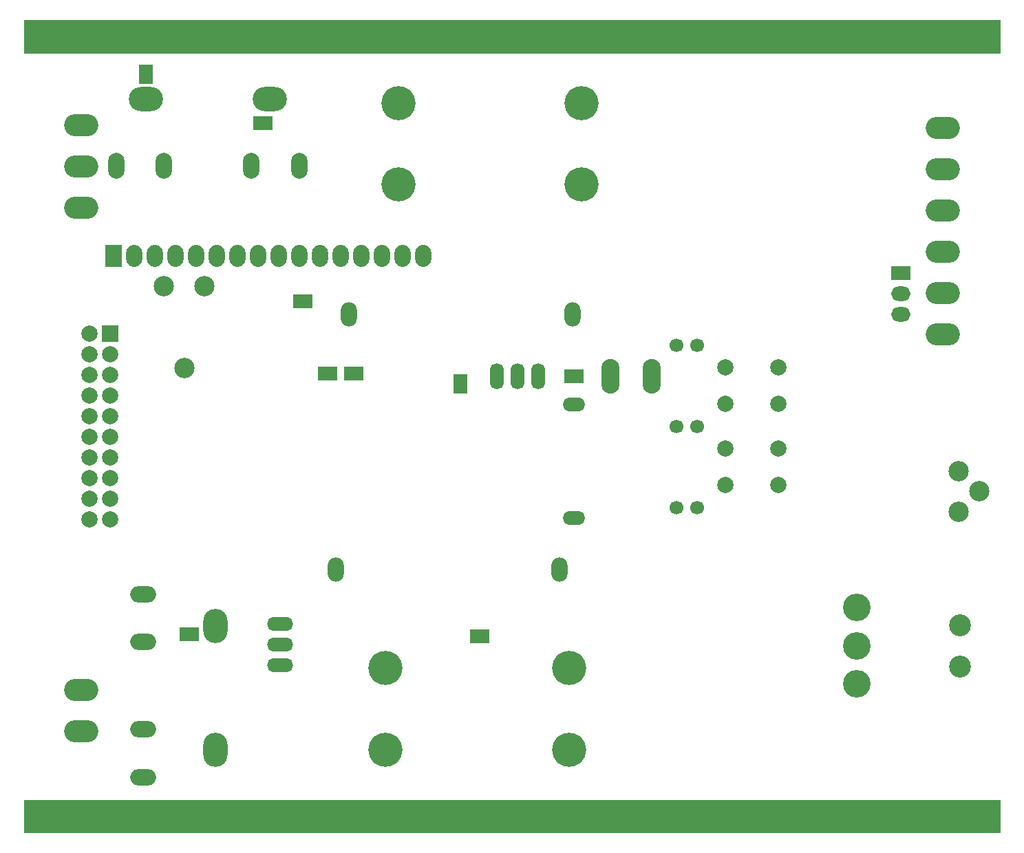
<source format=gts>
G04 --- HEADER BEGIN --- *
%TF.GenerationSoftware,LibrePCB,LibrePCB,0.1.4*%
%TF.CreationDate,2020-06-28T21:35:14*%
%TF.ProjectId,Hydro Battery Charger - default,71762d7e-e7f1-403c-8020-db9670c01e9b,v4*%
%TF.Part,Single*%
%FSLAX66Y66*%
%MOMM*%
G01*
G74*
G04 --- HEADER END --- *
G04 --- APERTURE LIST BEGIN --- *
%ADD10C,1.7*%
%ADD11C,2.0*%
%ADD12R,2.39X1.787*%
%ADD13C,2.5*%
%ADD14O,3.2X2.0*%
%ADD15O,3.2X1.7*%
%ADD16O,4.2X3.0*%
%ADD17O,4.2X2.74*%
%ADD18C,4.2*%
%ADD19R,2.0X2.0*%
%ADD20R,1.787X2.39*%
%ADD21O,2.232X4.264*%
%ADD22O,2.39X1.787*%
%ADD23C,3.4*%
%ADD24C,2.7*%
%ADD25O,2.0X2.7*%
%ADD26R,2.0X2.7*%
%ADD27O,2.0X3.0*%
%ADD28O,3.0X4.2*%
%ADD29O,2.74X1.7*%
%ADD30O,2.0X3.2*%
%ADD31O,1.7X3.2*%
%ADD32C,0.0*%
G04 --- APERTURE LIST END --- *
G04 --- BOARD BEGIN --- *
D10*
X80230000Y50000000D03*
X82770000Y50000000D03*
D11*
X92750000Y42755000D03*
X86250000Y47245000D03*
X92750000Y47245000D03*
X86250000Y42755000D03*
D12*
X40481250Y56515000D03*
D13*
X114950000Y44500000D03*
X117450000Y42000000D03*
X114950000Y39500000D03*
D14*
X14605000Y12697500D03*
X14605000Y6847500D03*
X14605000Y29347500D03*
X14605000Y23497500D03*
D15*
X31432500Y20637500D03*
X31432500Y23177500D03*
X31432500Y25717500D03*
D16*
X14922500Y90328750D03*
X30162500Y90328750D03*
D12*
X67627500Y56197500D03*
D10*
X80230000Y60000000D03*
X82770000Y60000000D03*
D12*
X37306250Y56515000D03*
D17*
X7000000Y76920000D03*
X7000000Y82000000D03*
X7000000Y87080000D03*
D12*
X56038750Y24130000D03*
X20320000Y24447500D03*
D18*
X44450000Y10240000D03*
X44450000Y20240000D03*
D11*
X8030000Y51276250D03*
X10570000Y56356250D03*
X8030000Y58896250D03*
X8030000Y41116250D03*
X10570000Y53816250D03*
X10570000Y46196250D03*
X8030000Y46196250D03*
X8030000Y48736250D03*
X8030000Y53816250D03*
X10570000Y48736250D03*
X10570000Y38576250D03*
X10570000Y43656250D03*
X10570000Y51276250D03*
D19*
X10570000Y61436250D03*
D11*
X8030000Y61436250D03*
X8030000Y38576250D03*
X10570000Y58896250D03*
X10570000Y41116250D03*
X8030000Y43656250D03*
X8030000Y56356250D03*
D20*
X53657500Y55245000D03*
X14922500Y93345000D03*
D21*
X77152500Y56197500D03*
X72072500Y56197500D03*
D12*
X107791250Y68897500D03*
D22*
X107791250Y63817500D03*
X107791250Y66357500D03*
D17*
X113000000Y86700000D03*
X113000000Y76540000D03*
X113000000Y66380000D03*
X113000000Y81620000D03*
X113000000Y61300000D03*
X113000000Y71460000D03*
D23*
X102380000Y27700000D03*
D24*
X115080000Y20460000D03*
D23*
X102380000Y23000000D03*
D24*
X115080000Y25540000D03*
D23*
X102380000Y18300000D03*
D25*
X21160000Y71000000D03*
X31320000Y71000000D03*
X33860000Y71000000D03*
X16080000Y71000000D03*
X36400000Y71000000D03*
X44020000Y71000000D03*
X46560000Y71000000D03*
X28780000Y71000000D03*
X18620000Y71000000D03*
X23700000Y71000000D03*
X13540000Y71000000D03*
X38940000Y71000000D03*
X49100000Y71000000D03*
X41480000Y71000000D03*
D26*
X11000000Y71000000D03*
D25*
X26240000Y71000000D03*
D27*
X39907500Y63817500D03*
X67407500Y63817500D03*
D18*
X46037500Y89772500D03*
X46037500Y79772500D03*
D10*
X80230000Y40000000D03*
X82770000Y40000000D03*
D28*
X23495000Y10160000D03*
X23495000Y25400000D03*
D18*
X68580000Y89772500D03*
X68580000Y79772500D03*
D12*
X29368750Y87312500D03*
D29*
X67627500Y52720000D03*
X67627500Y38720000D03*
D30*
X27942500Y82073750D03*
X33792500Y82073750D03*
X11292500Y82073750D03*
X17142500Y82073750D03*
D13*
X19685000Y57230000D03*
X22185000Y67230000D03*
X17185000Y67230000D03*
D31*
X63182500Y56197500D03*
X60642500Y56197500D03*
X58102500Y56197500D03*
D18*
X66992500Y10240000D03*
X66992500Y20240000D03*
D17*
X7000000Y17540000D03*
X7000000Y12460000D03*
D12*
X34290000Y65405000D03*
D11*
X86250000Y57245000D03*
X92750000Y52755000D03*
X86250000Y52755000D03*
X92750000Y57245000D03*
D27*
X38320000Y32385000D03*
X65820000Y32385000D03*
D32*
X0Y100000000D02*
X120000000Y100000000D01*
X120000000Y96000000D01*
X0Y96000000D01*
X0Y100000000D01*
G36*
X0Y100000000D02*
X120000000Y100000000D01*
X120000000Y96000000D01*
X0Y96000000D01*
X0Y100000000D01*
G37*
X0Y0D02*
X120000000Y0D01*
X120000000Y4000000D01*
X0Y4000000D01*
X0Y0D01*
G36*
X0Y0D02*
X120000000Y0D01*
X120000000Y4000000D01*
X0Y4000000D01*
X0Y0D01*
G37*
G04 --- BOARD END --- *
%TF.MD5,46c0aeacf4f67cabf23a90087900dc69*%
M02*

</source>
